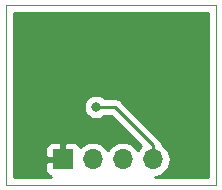
<source format=gbr>
G04 #@! TF.GenerationSoftware,KiCad,Pcbnew,(5.1.4)-1*
G04 #@! TF.CreationDate,2020-05-14T15:58:35+02:00*
G04 #@! TF.ProjectId,sts21,73747332-312e-46b6-9963-61645f706362,rev?*
G04 #@! TF.SameCoordinates,Original*
G04 #@! TF.FileFunction,Copper,L2,Bot*
G04 #@! TF.FilePolarity,Positive*
%FSLAX46Y46*%
G04 Gerber Fmt 4.6, Leading zero omitted, Abs format (unit mm)*
G04 Created by KiCad (PCBNEW (5.1.4)-1) date 2020-05-14 15:58:35*
%MOMM*%
%LPD*%
G04 APERTURE LIST*
%ADD10C,0.100000*%
%ADD11O,1.700000X1.700000*%
%ADD12R,1.700000X1.700000*%
%ADD13C,0.800000*%
%ADD14C,0.250000*%
%ADD15C,0.254000*%
G04 APERTURE END LIST*
D10*
X122047000Y-92710000D02*
X122047000Y-77470000D01*
X139827000Y-92710000D02*
X122047000Y-92710000D01*
X139827000Y-77470000D02*
X139827000Y-92710000D01*
X122047000Y-77470000D02*
X139827000Y-77470000D01*
D11*
X134493000Y-90551000D03*
X131953000Y-90551000D03*
X129413000Y-90551000D03*
D12*
X126873000Y-90551000D03*
D13*
X133604000Y-85852000D03*
X127635000Y-84582000D03*
X129667000Y-88138000D03*
X129286000Y-81661000D03*
X129667000Y-86106000D03*
D14*
X130232685Y-86106000D02*
X129667000Y-86106000D01*
X131250081Y-86106000D02*
X130232685Y-86106000D01*
X134493000Y-89348919D02*
X131250081Y-86106000D01*
X134493000Y-90551000D02*
X134493000Y-89348919D01*
D15*
G36*
X139142001Y-92025000D02*
G01*
X134677635Y-92025000D01*
X134784111Y-92014513D01*
X135064034Y-91929599D01*
X135322014Y-91791706D01*
X135548134Y-91606134D01*
X135733706Y-91380014D01*
X135871599Y-91122034D01*
X135956513Y-90842111D01*
X135985185Y-90551000D01*
X135956513Y-90259889D01*
X135871599Y-89979966D01*
X135733706Y-89721986D01*
X135548134Y-89495866D01*
X135322014Y-89310294D01*
X135249031Y-89271284D01*
X135242003Y-89199933D01*
X135198546Y-89056672D01*
X135127974Y-88924642D01*
X135056799Y-88837916D01*
X135033001Y-88808918D01*
X135004003Y-88785120D01*
X131813885Y-85595003D01*
X131790082Y-85565999D01*
X131674357Y-85471026D01*
X131542328Y-85400454D01*
X131399067Y-85356997D01*
X131287414Y-85346000D01*
X131287403Y-85346000D01*
X131250081Y-85342324D01*
X131212759Y-85346000D01*
X130370711Y-85346000D01*
X130326774Y-85302063D01*
X130157256Y-85188795D01*
X129968898Y-85110774D01*
X129768939Y-85071000D01*
X129565061Y-85071000D01*
X129365102Y-85110774D01*
X129176744Y-85188795D01*
X129007226Y-85302063D01*
X128863063Y-85446226D01*
X128749795Y-85615744D01*
X128671774Y-85804102D01*
X128632000Y-86004061D01*
X128632000Y-86207939D01*
X128671774Y-86407898D01*
X128749795Y-86596256D01*
X128863063Y-86765774D01*
X129007226Y-86909937D01*
X129176744Y-87023205D01*
X129365102Y-87101226D01*
X129565061Y-87141000D01*
X129768939Y-87141000D01*
X129968898Y-87101226D01*
X130157256Y-87023205D01*
X130326774Y-86909937D01*
X130370711Y-86866000D01*
X130935280Y-86866000D01*
X133507774Y-89438494D01*
X133437866Y-89495866D01*
X133252294Y-89721986D01*
X133223000Y-89776791D01*
X133193706Y-89721986D01*
X133008134Y-89495866D01*
X132782014Y-89310294D01*
X132524034Y-89172401D01*
X132244111Y-89087487D01*
X132025950Y-89066000D01*
X131880050Y-89066000D01*
X131661889Y-89087487D01*
X131381966Y-89172401D01*
X131123986Y-89310294D01*
X130897866Y-89495866D01*
X130712294Y-89721986D01*
X130683000Y-89776791D01*
X130653706Y-89721986D01*
X130468134Y-89495866D01*
X130242014Y-89310294D01*
X129984034Y-89172401D01*
X129704111Y-89087487D01*
X129485950Y-89066000D01*
X129340050Y-89066000D01*
X129121889Y-89087487D01*
X128841966Y-89172401D01*
X128583986Y-89310294D01*
X128357866Y-89495866D01*
X128333393Y-89525687D01*
X128312502Y-89456820D01*
X128253537Y-89346506D01*
X128174185Y-89249815D01*
X128077494Y-89170463D01*
X127967180Y-89111498D01*
X127847482Y-89075188D01*
X127723000Y-89062928D01*
X127158750Y-89066000D01*
X127000000Y-89224750D01*
X127000000Y-90424000D01*
X127020000Y-90424000D01*
X127020000Y-90678000D01*
X127000000Y-90678000D01*
X127000000Y-90698000D01*
X126746000Y-90698000D01*
X126746000Y-90678000D01*
X125546750Y-90678000D01*
X125388000Y-90836750D01*
X125384928Y-91401000D01*
X125397188Y-91525482D01*
X125433498Y-91645180D01*
X125492463Y-91755494D01*
X125571815Y-91852185D01*
X125668506Y-91931537D01*
X125778820Y-91990502D01*
X125892545Y-92025000D01*
X122732000Y-92025000D01*
X122732000Y-89701000D01*
X125384928Y-89701000D01*
X125388000Y-90265250D01*
X125546750Y-90424000D01*
X126746000Y-90424000D01*
X126746000Y-89224750D01*
X126587250Y-89066000D01*
X126023000Y-89062928D01*
X125898518Y-89075188D01*
X125778820Y-89111498D01*
X125668506Y-89170463D01*
X125571815Y-89249815D01*
X125492463Y-89346506D01*
X125433498Y-89456820D01*
X125397188Y-89576518D01*
X125384928Y-89701000D01*
X122732000Y-89701000D01*
X122732000Y-78155000D01*
X139142000Y-78155000D01*
X139142001Y-92025000D01*
X139142001Y-92025000D01*
G37*
X139142001Y-92025000D02*
X134677635Y-92025000D01*
X134784111Y-92014513D01*
X135064034Y-91929599D01*
X135322014Y-91791706D01*
X135548134Y-91606134D01*
X135733706Y-91380014D01*
X135871599Y-91122034D01*
X135956513Y-90842111D01*
X135985185Y-90551000D01*
X135956513Y-90259889D01*
X135871599Y-89979966D01*
X135733706Y-89721986D01*
X135548134Y-89495866D01*
X135322014Y-89310294D01*
X135249031Y-89271284D01*
X135242003Y-89199933D01*
X135198546Y-89056672D01*
X135127974Y-88924642D01*
X135056799Y-88837916D01*
X135033001Y-88808918D01*
X135004003Y-88785120D01*
X131813885Y-85595003D01*
X131790082Y-85565999D01*
X131674357Y-85471026D01*
X131542328Y-85400454D01*
X131399067Y-85356997D01*
X131287414Y-85346000D01*
X131287403Y-85346000D01*
X131250081Y-85342324D01*
X131212759Y-85346000D01*
X130370711Y-85346000D01*
X130326774Y-85302063D01*
X130157256Y-85188795D01*
X129968898Y-85110774D01*
X129768939Y-85071000D01*
X129565061Y-85071000D01*
X129365102Y-85110774D01*
X129176744Y-85188795D01*
X129007226Y-85302063D01*
X128863063Y-85446226D01*
X128749795Y-85615744D01*
X128671774Y-85804102D01*
X128632000Y-86004061D01*
X128632000Y-86207939D01*
X128671774Y-86407898D01*
X128749795Y-86596256D01*
X128863063Y-86765774D01*
X129007226Y-86909937D01*
X129176744Y-87023205D01*
X129365102Y-87101226D01*
X129565061Y-87141000D01*
X129768939Y-87141000D01*
X129968898Y-87101226D01*
X130157256Y-87023205D01*
X130326774Y-86909937D01*
X130370711Y-86866000D01*
X130935280Y-86866000D01*
X133507774Y-89438494D01*
X133437866Y-89495866D01*
X133252294Y-89721986D01*
X133223000Y-89776791D01*
X133193706Y-89721986D01*
X133008134Y-89495866D01*
X132782014Y-89310294D01*
X132524034Y-89172401D01*
X132244111Y-89087487D01*
X132025950Y-89066000D01*
X131880050Y-89066000D01*
X131661889Y-89087487D01*
X131381966Y-89172401D01*
X131123986Y-89310294D01*
X130897866Y-89495866D01*
X130712294Y-89721986D01*
X130683000Y-89776791D01*
X130653706Y-89721986D01*
X130468134Y-89495866D01*
X130242014Y-89310294D01*
X129984034Y-89172401D01*
X129704111Y-89087487D01*
X129485950Y-89066000D01*
X129340050Y-89066000D01*
X129121889Y-89087487D01*
X128841966Y-89172401D01*
X128583986Y-89310294D01*
X128357866Y-89495866D01*
X128333393Y-89525687D01*
X128312502Y-89456820D01*
X128253537Y-89346506D01*
X128174185Y-89249815D01*
X128077494Y-89170463D01*
X127967180Y-89111498D01*
X127847482Y-89075188D01*
X127723000Y-89062928D01*
X127158750Y-89066000D01*
X127000000Y-89224750D01*
X127000000Y-90424000D01*
X127020000Y-90424000D01*
X127020000Y-90678000D01*
X127000000Y-90678000D01*
X127000000Y-90698000D01*
X126746000Y-90698000D01*
X126746000Y-90678000D01*
X125546750Y-90678000D01*
X125388000Y-90836750D01*
X125384928Y-91401000D01*
X125397188Y-91525482D01*
X125433498Y-91645180D01*
X125492463Y-91755494D01*
X125571815Y-91852185D01*
X125668506Y-91931537D01*
X125778820Y-91990502D01*
X125892545Y-92025000D01*
X122732000Y-92025000D01*
X122732000Y-89701000D01*
X125384928Y-89701000D01*
X125388000Y-90265250D01*
X125546750Y-90424000D01*
X126746000Y-90424000D01*
X126746000Y-89224750D01*
X126587250Y-89066000D01*
X126023000Y-89062928D01*
X125898518Y-89075188D01*
X125778820Y-89111498D01*
X125668506Y-89170463D01*
X125571815Y-89249815D01*
X125492463Y-89346506D01*
X125433498Y-89456820D01*
X125397188Y-89576518D01*
X125384928Y-89701000D01*
X122732000Y-89701000D01*
X122732000Y-78155000D01*
X139142000Y-78155000D01*
X139142001Y-92025000D01*
M02*

</source>
